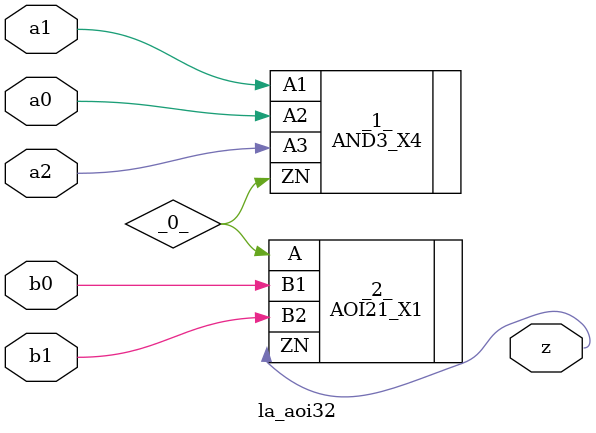
<source format=v>
/* Generated by Yosys 0.37 (git sha1 a5c7f69ed, clang 14.0.0-1ubuntu1.1 -fPIC -Os) */

module la_aoi32(a0, a1, a2, b0, b1, z);
  wire _0_;
  input a0;
  wire a0;
  input a1;
  wire a1;
  input a2;
  wire a2;
  input b0;
  wire b0;
  input b1;
  wire b1;
  output z;
  wire z;
  AND3_X4 _1_ (
    .A1(a1),
    .A2(a0),
    .A3(a2),
    .ZN(_0_)
  );
  AOI21_X1 _2_ (
    .A(_0_),
    .B1(b0),
    .B2(b1),
    .ZN(z)
  );
endmodule

</source>
